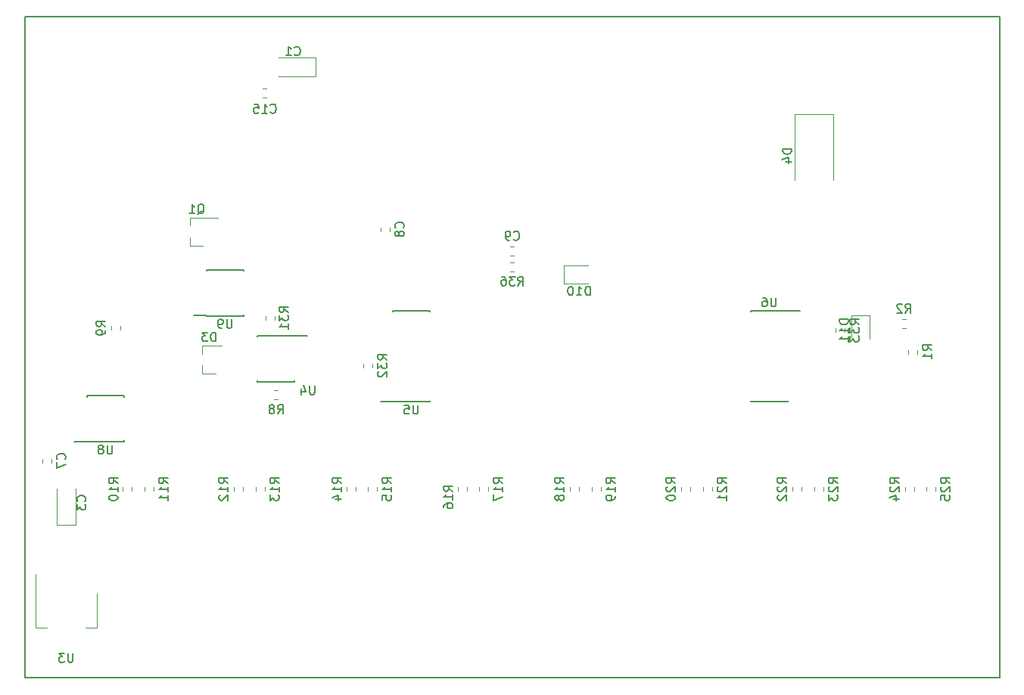
<source format=gbr>
G04 #@! TF.FileFunction,Legend,Bot*
%FSLAX46Y46*%
G04 Gerber Fmt 4.6, Leading zero omitted, Abs format (unit mm)*
G04 Created by KiCad (PCBNEW 4.0.7) date Wed Mar 21 17:07:03 2018*
%MOMM*%
%LPD*%
G01*
G04 APERTURE LIST*
%ADD10C,0.100000*%
%ADD11C,0.150000*%
%ADD12C,0.120000*%
G04 APERTURE END LIST*
D10*
D11*
X134000000Y-140000000D02*
X134000000Y-66000000D01*
X25000000Y-66000000D02*
X25000000Y-140000000D01*
X25000000Y-66000000D02*
X134000000Y-66000000D01*
X133000000Y-140000000D02*
X134000000Y-140000000D01*
X25000000Y-140000000D02*
X133000000Y-140000000D01*
D12*
X53391000Y-70568000D02*
X57486000Y-70568000D01*
X57486000Y-70568000D02*
X57486000Y-72688000D01*
X57486000Y-72688000D02*
X53391000Y-72688000D01*
X30651000Y-118796000D02*
X30651000Y-122891000D01*
X30651000Y-122891000D02*
X28531000Y-122891000D01*
X28531000Y-122891000D02*
X28531000Y-118796000D01*
X27942000Y-115917000D02*
X27942000Y-115477000D01*
X26922000Y-115917000D02*
X26922000Y-115477000D01*
X64768000Y-89569000D02*
X64768000Y-90009000D01*
X65788000Y-89569000D02*
X65788000Y-90009000D01*
X79722000Y-91692000D02*
X79282000Y-91692000D01*
X79722000Y-92712000D02*
X79282000Y-92712000D01*
X52036000Y-74039000D02*
X51596000Y-74039000D01*
X52036000Y-75059000D02*
X51596000Y-75059000D01*
X44833000Y-105974000D02*
X44833000Y-105044000D01*
X44833000Y-102814000D02*
X44833000Y-103744000D01*
X44833000Y-102814000D02*
X46993000Y-102814000D01*
X44833000Y-105974000D02*
X46293000Y-105974000D01*
X111134000Y-76934000D02*
X115434000Y-76934000D01*
X115434000Y-76934000D02*
X115434000Y-84234000D01*
X111134000Y-76934000D02*
X111134000Y-84234000D01*
X87995000Y-95879000D02*
X85295000Y-95879000D01*
X85295000Y-95879000D02*
X85295000Y-93859000D01*
X85295000Y-93859000D02*
X87995000Y-93859000D01*
X117481000Y-102092000D02*
X117481000Y-99392000D01*
X117481000Y-99392000D02*
X119501000Y-99392000D01*
X119501000Y-99392000D02*
X119501000Y-102092000D01*
X43436000Y-91623000D02*
X43436000Y-90693000D01*
X43436000Y-88463000D02*
X43436000Y-89393000D01*
X43436000Y-88463000D02*
X46596000Y-88463000D01*
X43436000Y-91623000D02*
X44896000Y-91623000D01*
X124843000Y-103725000D02*
X124843000Y-103285000D01*
X123823000Y-103725000D02*
X123823000Y-103285000D01*
X123537000Y-99820000D02*
X123097000Y-99820000D01*
X123537000Y-100840000D02*
X123097000Y-100840000D01*
X52866000Y-108841000D02*
X53306000Y-108841000D01*
X52866000Y-107821000D02*
X53306000Y-107821000D01*
X34669000Y-100618000D02*
X34669000Y-101058000D01*
X35689000Y-100618000D02*
X35689000Y-101058000D01*
X36959000Y-119092000D02*
X36959000Y-118652000D01*
X35939000Y-119092000D02*
X35939000Y-118652000D01*
X39372000Y-119092000D02*
X39372000Y-118652000D01*
X38352000Y-119092000D02*
X38352000Y-118652000D01*
X49405000Y-119092000D02*
X49405000Y-118652000D01*
X48385000Y-119092000D02*
X48385000Y-118652000D01*
X51818000Y-119092000D02*
X51818000Y-118652000D01*
X50798000Y-119092000D02*
X50798000Y-118652000D01*
X61978000Y-119092000D02*
X61978000Y-118652000D01*
X60958000Y-119092000D02*
X60958000Y-118652000D01*
X64391000Y-119092000D02*
X64391000Y-118652000D01*
X63371000Y-119092000D02*
X63371000Y-118652000D01*
X74424000Y-119092000D02*
X74424000Y-118652000D01*
X73404000Y-119092000D02*
X73404000Y-118652000D01*
X76837000Y-119092000D02*
X76837000Y-118652000D01*
X75817000Y-119092000D02*
X75817000Y-118652000D01*
X86997000Y-119092000D02*
X86997000Y-118652000D01*
X85977000Y-119092000D02*
X85977000Y-118652000D01*
X89410000Y-119092000D02*
X89410000Y-118652000D01*
X88390000Y-119092000D02*
X88390000Y-118652000D01*
X99443000Y-119092000D02*
X99443000Y-118652000D01*
X98423000Y-119092000D02*
X98423000Y-118652000D01*
X101856000Y-119092000D02*
X101856000Y-118652000D01*
X100836000Y-119092000D02*
X100836000Y-118652000D01*
X111889000Y-119092000D02*
X111889000Y-118652000D01*
X110869000Y-119092000D02*
X110869000Y-118652000D01*
X114302000Y-119092000D02*
X114302000Y-118652000D01*
X113282000Y-119092000D02*
X113282000Y-118652000D01*
X124462000Y-119092000D02*
X124462000Y-118652000D01*
X123442000Y-119092000D02*
X123442000Y-118652000D01*
X126875000Y-119092000D02*
X126875000Y-118652000D01*
X125855000Y-119092000D02*
X125855000Y-118652000D01*
X51941000Y-99475000D02*
X51941000Y-99915000D01*
X52961000Y-99475000D02*
X52961000Y-99915000D01*
X63883000Y-105249000D02*
X63883000Y-104809000D01*
X62863000Y-105249000D02*
X62863000Y-104809000D01*
X116715000Y-101312000D02*
X116715000Y-100872000D01*
X115695000Y-101312000D02*
X115695000Y-100872000D01*
X79722000Y-93470000D02*
X79282000Y-93470000D01*
X79722000Y-94490000D02*
X79282000Y-94490000D01*
X33001000Y-134371000D02*
X31741000Y-134371000D01*
X26181000Y-134371000D02*
X27441000Y-134371000D01*
X33001000Y-130611000D02*
X33001000Y-134371000D01*
X26181000Y-128361000D02*
X26181000Y-134371000D01*
D11*
X55161000Y-101692000D02*
X55161000Y-101742000D01*
X51011000Y-101692000D02*
X51011000Y-101837000D01*
X51011000Y-106842000D02*
X51011000Y-106697000D01*
X55161000Y-106842000D02*
X55161000Y-106697000D01*
X55161000Y-101692000D02*
X51011000Y-101692000D01*
X55161000Y-106842000D02*
X51011000Y-106842000D01*
X55161000Y-101742000D02*
X56561000Y-101742000D01*
X66124000Y-109088000D02*
X66124000Y-109063000D01*
X70274000Y-109088000D02*
X70274000Y-108983000D01*
X70274000Y-98938000D02*
X70274000Y-99043000D01*
X66124000Y-98938000D02*
X66124000Y-99043000D01*
X66124000Y-109088000D02*
X70274000Y-109088000D01*
X66124000Y-98938000D02*
X70274000Y-98938000D01*
X66124000Y-109063000D02*
X64749000Y-109063000D01*
X110325000Y-98925000D02*
X110325000Y-98950000D01*
X106175000Y-98925000D02*
X106175000Y-99030000D01*
X106175000Y-109075000D02*
X106175000Y-108970000D01*
X110325000Y-109075000D02*
X110325000Y-108970000D01*
X110325000Y-98925000D02*
X106175000Y-98925000D01*
X110325000Y-109075000D02*
X106175000Y-109075000D01*
X110325000Y-98950000D02*
X111700000Y-98950000D01*
X31925000Y-113575000D02*
X31925000Y-113525000D01*
X36075000Y-113575000D02*
X36075000Y-113430000D01*
X36075000Y-108425000D02*
X36075000Y-108570000D01*
X31925000Y-108425000D02*
X31925000Y-108570000D01*
X31925000Y-113575000D02*
X36075000Y-113575000D01*
X31925000Y-108425000D02*
X36075000Y-108425000D01*
X31925000Y-113525000D02*
X30525000Y-113525000D01*
X45296000Y-99476000D02*
X45296000Y-99426000D01*
X49446000Y-99476000D02*
X49446000Y-99331000D01*
X49446000Y-94326000D02*
X49446000Y-94471000D01*
X45296000Y-94326000D02*
X45296000Y-94471000D01*
X45296000Y-99476000D02*
X49446000Y-99476000D01*
X45296000Y-94326000D02*
X49446000Y-94326000D01*
X45296000Y-99426000D02*
X43896000Y-99426000D01*
X55157666Y-70235143D02*
X55205285Y-70282762D01*
X55348142Y-70330381D01*
X55443380Y-70330381D01*
X55586238Y-70282762D01*
X55681476Y-70187524D01*
X55729095Y-70092286D01*
X55776714Y-69901810D01*
X55776714Y-69758952D01*
X55729095Y-69568476D01*
X55681476Y-69473238D01*
X55586238Y-69378000D01*
X55443380Y-69330381D01*
X55348142Y-69330381D01*
X55205285Y-69378000D01*
X55157666Y-69425619D01*
X54205285Y-70330381D02*
X54776714Y-70330381D01*
X54491000Y-70330381D02*
X54491000Y-69330381D01*
X54586238Y-69473238D01*
X54681476Y-69568476D01*
X54776714Y-69616095D01*
X31698143Y-120229334D02*
X31745762Y-120181715D01*
X31793381Y-120038858D01*
X31793381Y-119943620D01*
X31745762Y-119800762D01*
X31650524Y-119705524D01*
X31555286Y-119657905D01*
X31364810Y-119610286D01*
X31221952Y-119610286D01*
X31031476Y-119657905D01*
X30936238Y-119705524D01*
X30841000Y-119800762D01*
X30793381Y-119943620D01*
X30793381Y-120038858D01*
X30841000Y-120181715D01*
X30888619Y-120229334D01*
X30793381Y-120562667D02*
X30793381Y-121181715D01*
X31174333Y-120848381D01*
X31174333Y-120991239D01*
X31221952Y-121086477D01*
X31269571Y-121134096D01*
X31364810Y-121181715D01*
X31602905Y-121181715D01*
X31698143Y-121134096D01*
X31745762Y-121086477D01*
X31793381Y-120991239D01*
X31793381Y-120705524D01*
X31745762Y-120610286D01*
X31698143Y-120562667D01*
X29439143Y-115530334D02*
X29486762Y-115482715D01*
X29534381Y-115339858D01*
X29534381Y-115244620D01*
X29486762Y-115101762D01*
X29391524Y-115006524D01*
X29296286Y-114958905D01*
X29105810Y-114911286D01*
X28962952Y-114911286D01*
X28772476Y-114958905D01*
X28677238Y-115006524D01*
X28582000Y-115101762D01*
X28534381Y-115244620D01*
X28534381Y-115339858D01*
X28582000Y-115482715D01*
X28629619Y-115530334D01*
X28534381Y-115863667D02*
X28534381Y-116530334D01*
X29534381Y-116101762D01*
X67286143Y-89622334D02*
X67333762Y-89574715D01*
X67381381Y-89431858D01*
X67381381Y-89336620D01*
X67333762Y-89193762D01*
X67238524Y-89098524D01*
X67143286Y-89050905D01*
X66952810Y-89003286D01*
X66809952Y-89003286D01*
X66619476Y-89050905D01*
X66524238Y-89098524D01*
X66429000Y-89193762D01*
X66381381Y-89336620D01*
X66381381Y-89431858D01*
X66429000Y-89574715D01*
X66476619Y-89622334D01*
X66809952Y-90193762D02*
X66762333Y-90098524D01*
X66714714Y-90050905D01*
X66619476Y-90003286D01*
X66571857Y-90003286D01*
X66476619Y-90050905D01*
X66429000Y-90098524D01*
X66381381Y-90193762D01*
X66381381Y-90384239D01*
X66429000Y-90479477D01*
X66476619Y-90527096D01*
X66571857Y-90574715D01*
X66619476Y-90574715D01*
X66714714Y-90527096D01*
X66762333Y-90479477D01*
X66809952Y-90384239D01*
X66809952Y-90193762D01*
X66857571Y-90098524D01*
X66905190Y-90050905D01*
X67000429Y-90003286D01*
X67190905Y-90003286D01*
X67286143Y-90050905D01*
X67333762Y-90098524D01*
X67381381Y-90193762D01*
X67381381Y-90384239D01*
X67333762Y-90479477D01*
X67286143Y-90527096D01*
X67190905Y-90574715D01*
X67000429Y-90574715D01*
X66905190Y-90527096D01*
X66857571Y-90479477D01*
X66809952Y-90384239D01*
X79668666Y-90909143D02*
X79716285Y-90956762D01*
X79859142Y-91004381D01*
X79954380Y-91004381D01*
X80097238Y-90956762D01*
X80192476Y-90861524D01*
X80240095Y-90766286D01*
X80287714Y-90575810D01*
X80287714Y-90432952D01*
X80240095Y-90242476D01*
X80192476Y-90147238D01*
X80097238Y-90052000D01*
X79954380Y-90004381D01*
X79859142Y-90004381D01*
X79716285Y-90052000D01*
X79668666Y-90099619D01*
X79192476Y-91004381D02*
X79002000Y-91004381D01*
X78906761Y-90956762D01*
X78859142Y-90909143D01*
X78763904Y-90766286D01*
X78716285Y-90575810D01*
X78716285Y-90194857D01*
X78763904Y-90099619D01*
X78811523Y-90052000D01*
X78906761Y-90004381D01*
X79097238Y-90004381D01*
X79192476Y-90052000D01*
X79240095Y-90099619D01*
X79287714Y-90194857D01*
X79287714Y-90432952D01*
X79240095Y-90528190D01*
X79192476Y-90575810D01*
X79097238Y-90623429D01*
X78906761Y-90623429D01*
X78811523Y-90575810D01*
X78763904Y-90528190D01*
X78716285Y-90432952D01*
X52458857Y-76684143D02*
X52506476Y-76731762D01*
X52649333Y-76779381D01*
X52744571Y-76779381D01*
X52887429Y-76731762D01*
X52982667Y-76636524D01*
X53030286Y-76541286D01*
X53077905Y-76350810D01*
X53077905Y-76207952D01*
X53030286Y-76017476D01*
X52982667Y-75922238D01*
X52887429Y-75827000D01*
X52744571Y-75779381D01*
X52649333Y-75779381D01*
X52506476Y-75827000D01*
X52458857Y-75874619D01*
X51506476Y-76779381D02*
X52077905Y-76779381D01*
X51792191Y-76779381D02*
X51792191Y-75779381D01*
X51887429Y-75922238D01*
X51982667Y-76017476D01*
X52077905Y-76065095D01*
X50601714Y-75779381D02*
X51077905Y-75779381D01*
X51125524Y-76255571D01*
X51077905Y-76207952D01*
X50982667Y-76160333D01*
X50744571Y-76160333D01*
X50649333Y-76207952D01*
X50601714Y-76255571D01*
X50554095Y-76350810D01*
X50554095Y-76588905D01*
X50601714Y-76684143D01*
X50649333Y-76731762D01*
X50744571Y-76779381D01*
X50982667Y-76779381D01*
X51077905Y-76731762D01*
X51125524Y-76684143D01*
X46331095Y-102346381D02*
X46331095Y-101346381D01*
X46093000Y-101346381D01*
X45950142Y-101394000D01*
X45854904Y-101489238D01*
X45807285Y-101584476D01*
X45759666Y-101774952D01*
X45759666Y-101917810D01*
X45807285Y-102108286D01*
X45854904Y-102203524D01*
X45950142Y-102298762D01*
X46093000Y-102346381D01*
X46331095Y-102346381D01*
X45426333Y-101346381D02*
X44807285Y-101346381D01*
X45140619Y-101727333D01*
X44997761Y-101727333D01*
X44902523Y-101774952D01*
X44854904Y-101822571D01*
X44807285Y-101917810D01*
X44807285Y-102155905D01*
X44854904Y-102251143D01*
X44902523Y-102298762D01*
X44997761Y-102346381D01*
X45283476Y-102346381D01*
X45378714Y-102298762D01*
X45426333Y-102251143D01*
X110736381Y-80795905D02*
X109736381Y-80795905D01*
X109736381Y-81034000D01*
X109784000Y-81176858D01*
X109879238Y-81272096D01*
X109974476Y-81319715D01*
X110164952Y-81367334D01*
X110307810Y-81367334D01*
X110498286Y-81319715D01*
X110593524Y-81272096D01*
X110688762Y-81176858D01*
X110736381Y-81034000D01*
X110736381Y-80795905D01*
X110069714Y-82224477D02*
X110736381Y-82224477D01*
X109688762Y-81986381D02*
X110403048Y-81748286D01*
X110403048Y-82367334D01*
X88209286Y-97171381D02*
X88209286Y-96171381D01*
X87971191Y-96171381D01*
X87828333Y-96219000D01*
X87733095Y-96314238D01*
X87685476Y-96409476D01*
X87637857Y-96599952D01*
X87637857Y-96742810D01*
X87685476Y-96933286D01*
X87733095Y-97028524D01*
X87828333Y-97123762D01*
X87971191Y-97171381D01*
X88209286Y-97171381D01*
X86685476Y-97171381D02*
X87256905Y-97171381D01*
X86971191Y-97171381D02*
X86971191Y-96171381D01*
X87066429Y-96314238D01*
X87161667Y-96409476D01*
X87256905Y-96457095D01*
X86066429Y-96171381D02*
X85971190Y-96171381D01*
X85875952Y-96219000D01*
X85828333Y-96266619D01*
X85780714Y-96361857D01*
X85733095Y-96552333D01*
X85733095Y-96790429D01*
X85780714Y-96980905D01*
X85828333Y-97076143D01*
X85875952Y-97123762D01*
X85971190Y-97171381D01*
X86066429Y-97171381D01*
X86161667Y-97123762D01*
X86209286Y-97076143D01*
X86256905Y-96980905D01*
X86304524Y-96790429D01*
X86304524Y-96552333D01*
X86256905Y-96361857D01*
X86209286Y-96266619D01*
X86161667Y-96219000D01*
X86066429Y-96171381D01*
X117093381Y-99877714D02*
X116093381Y-99877714D01*
X116093381Y-100115809D01*
X116141000Y-100258667D01*
X116236238Y-100353905D01*
X116331476Y-100401524D01*
X116521952Y-100449143D01*
X116664810Y-100449143D01*
X116855286Y-100401524D01*
X116950524Y-100353905D01*
X117045762Y-100258667D01*
X117093381Y-100115809D01*
X117093381Y-99877714D01*
X117093381Y-101401524D02*
X117093381Y-100830095D01*
X117093381Y-101115809D02*
X116093381Y-101115809D01*
X116236238Y-101020571D01*
X116331476Y-100925333D01*
X116379095Y-100830095D01*
X117093381Y-102353905D02*
X117093381Y-101782476D01*
X117093381Y-102068190D02*
X116093381Y-102068190D01*
X116236238Y-101972952D01*
X116331476Y-101877714D01*
X116379095Y-101782476D01*
X44291238Y-88090619D02*
X44386476Y-88043000D01*
X44481714Y-87947762D01*
X44624571Y-87804905D01*
X44719810Y-87757286D01*
X44815048Y-87757286D01*
X44767429Y-87995381D02*
X44862667Y-87947762D01*
X44957905Y-87852524D01*
X45005524Y-87662048D01*
X45005524Y-87328714D01*
X44957905Y-87138238D01*
X44862667Y-87043000D01*
X44767429Y-86995381D01*
X44576952Y-86995381D01*
X44481714Y-87043000D01*
X44386476Y-87138238D01*
X44338857Y-87328714D01*
X44338857Y-87662048D01*
X44386476Y-87852524D01*
X44481714Y-87947762D01*
X44576952Y-87995381D01*
X44767429Y-87995381D01*
X43386476Y-87995381D02*
X43957905Y-87995381D01*
X43672191Y-87995381D02*
X43672191Y-86995381D01*
X43767429Y-87138238D01*
X43862667Y-87233476D01*
X43957905Y-87281095D01*
X126435381Y-103338334D02*
X125959190Y-103005000D01*
X126435381Y-102766905D02*
X125435381Y-102766905D01*
X125435381Y-103147858D01*
X125483000Y-103243096D01*
X125530619Y-103290715D01*
X125625857Y-103338334D01*
X125768714Y-103338334D01*
X125863952Y-103290715D01*
X125911571Y-103243096D01*
X125959190Y-103147858D01*
X125959190Y-102766905D01*
X126435381Y-104290715D02*
X126435381Y-103719286D01*
X126435381Y-104005000D02*
X125435381Y-104005000D01*
X125578238Y-103909762D01*
X125673476Y-103814524D01*
X125721095Y-103719286D01*
X123483666Y-99132381D02*
X123817000Y-98656190D01*
X124055095Y-99132381D02*
X124055095Y-98132381D01*
X123674142Y-98132381D01*
X123578904Y-98180000D01*
X123531285Y-98227619D01*
X123483666Y-98322857D01*
X123483666Y-98465714D01*
X123531285Y-98560952D01*
X123578904Y-98608571D01*
X123674142Y-98656190D01*
X124055095Y-98656190D01*
X123102714Y-98227619D02*
X123055095Y-98180000D01*
X122959857Y-98132381D01*
X122721761Y-98132381D01*
X122626523Y-98180000D01*
X122578904Y-98227619D01*
X122531285Y-98322857D01*
X122531285Y-98418095D01*
X122578904Y-98560952D01*
X123150333Y-99132381D01*
X122531285Y-99132381D01*
X53252666Y-110433381D02*
X53586000Y-109957190D01*
X53824095Y-110433381D02*
X53824095Y-109433381D01*
X53443142Y-109433381D01*
X53347904Y-109481000D01*
X53300285Y-109528619D01*
X53252666Y-109623857D01*
X53252666Y-109766714D01*
X53300285Y-109861952D01*
X53347904Y-109909571D01*
X53443142Y-109957190D01*
X53824095Y-109957190D01*
X52681238Y-109861952D02*
X52776476Y-109814333D01*
X52824095Y-109766714D01*
X52871714Y-109671476D01*
X52871714Y-109623857D01*
X52824095Y-109528619D01*
X52776476Y-109481000D01*
X52681238Y-109433381D01*
X52490761Y-109433381D01*
X52395523Y-109481000D01*
X52347904Y-109528619D01*
X52300285Y-109623857D01*
X52300285Y-109671476D01*
X52347904Y-109766714D01*
X52395523Y-109814333D01*
X52490761Y-109861952D01*
X52681238Y-109861952D01*
X52776476Y-109909571D01*
X52824095Y-109957190D01*
X52871714Y-110052429D01*
X52871714Y-110242905D01*
X52824095Y-110338143D01*
X52776476Y-110385762D01*
X52681238Y-110433381D01*
X52490761Y-110433381D01*
X52395523Y-110385762D01*
X52347904Y-110338143D01*
X52300285Y-110242905D01*
X52300285Y-110052429D01*
X52347904Y-109957190D01*
X52395523Y-109909571D01*
X52490761Y-109861952D01*
X33981381Y-100671334D02*
X33505190Y-100338000D01*
X33981381Y-100099905D02*
X32981381Y-100099905D01*
X32981381Y-100480858D01*
X33029000Y-100576096D01*
X33076619Y-100623715D01*
X33171857Y-100671334D01*
X33314714Y-100671334D01*
X33409952Y-100623715D01*
X33457571Y-100576096D01*
X33505190Y-100480858D01*
X33505190Y-100099905D01*
X33981381Y-101147524D02*
X33981381Y-101338000D01*
X33933762Y-101433239D01*
X33886143Y-101480858D01*
X33743286Y-101576096D01*
X33552810Y-101623715D01*
X33171857Y-101623715D01*
X33076619Y-101576096D01*
X33029000Y-101528477D01*
X32981381Y-101433239D01*
X32981381Y-101242762D01*
X33029000Y-101147524D01*
X33076619Y-101099905D01*
X33171857Y-101052286D01*
X33409952Y-101052286D01*
X33505190Y-101099905D01*
X33552810Y-101147524D01*
X33600429Y-101242762D01*
X33600429Y-101433239D01*
X33552810Y-101528477D01*
X33505190Y-101576096D01*
X33409952Y-101623715D01*
X35377381Y-118229143D02*
X34901190Y-117895809D01*
X35377381Y-117657714D02*
X34377381Y-117657714D01*
X34377381Y-118038667D01*
X34425000Y-118133905D01*
X34472619Y-118181524D01*
X34567857Y-118229143D01*
X34710714Y-118229143D01*
X34805952Y-118181524D01*
X34853571Y-118133905D01*
X34901190Y-118038667D01*
X34901190Y-117657714D01*
X35377381Y-119181524D02*
X35377381Y-118610095D01*
X35377381Y-118895809D02*
X34377381Y-118895809D01*
X34520238Y-118800571D01*
X34615476Y-118705333D01*
X34663095Y-118610095D01*
X34377381Y-119800571D02*
X34377381Y-119895810D01*
X34425000Y-119991048D01*
X34472619Y-120038667D01*
X34567857Y-120086286D01*
X34758333Y-120133905D01*
X34996429Y-120133905D01*
X35186905Y-120086286D01*
X35282143Y-120038667D01*
X35329762Y-119991048D01*
X35377381Y-119895810D01*
X35377381Y-119800571D01*
X35329762Y-119705333D01*
X35282143Y-119657714D01*
X35186905Y-119610095D01*
X34996429Y-119562476D01*
X34758333Y-119562476D01*
X34567857Y-119610095D01*
X34472619Y-119657714D01*
X34425000Y-119705333D01*
X34377381Y-119800571D01*
X40964381Y-118229143D02*
X40488190Y-117895809D01*
X40964381Y-117657714D02*
X39964381Y-117657714D01*
X39964381Y-118038667D01*
X40012000Y-118133905D01*
X40059619Y-118181524D01*
X40154857Y-118229143D01*
X40297714Y-118229143D01*
X40392952Y-118181524D01*
X40440571Y-118133905D01*
X40488190Y-118038667D01*
X40488190Y-117657714D01*
X40964381Y-119181524D02*
X40964381Y-118610095D01*
X40964381Y-118895809D02*
X39964381Y-118895809D01*
X40107238Y-118800571D01*
X40202476Y-118705333D01*
X40250095Y-118610095D01*
X40964381Y-120133905D02*
X40964381Y-119562476D01*
X40964381Y-119848190D02*
X39964381Y-119848190D01*
X40107238Y-119752952D01*
X40202476Y-119657714D01*
X40250095Y-119562476D01*
X47696381Y-118229143D02*
X47220190Y-117895809D01*
X47696381Y-117657714D02*
X46696381Y-117657714D01*
X46696381Y-118038667D01*
X46744000Y-118133905D01*
X46791619Y-118181524D01*
X46886857Y-118229143D01*
X47029714Y-118229143D01*
X47124952Y-118181524D01*
X47172571Y-118133905D01*
X47220190Y-118038667D01*
X47220190Y-117657714D01*
X47696381Y-119181524D02*
X47696381Y-118610095D01*
X47696381Y-118895809D02*
X46696381Y-118895809D01*
X46839238Y-118800571D01*
X46934476Y-118705333D01*
X46982095Y-118610095D01*
X46791619Y-119562476D02*
X46744000Y-119610095D01*
X46696381Y-119705333D01*
X46696381Y-119943429D01*
X46744000Y-120038667D01*
X46791619Y-120086286D01*
X46886857Y-120133905D01*
X46982095Y-120133905D01*
X47124952Y-120086286D01*
X47696381Y-119514857D01*
X47696381Y-120133905D01*
X53410381Y-118229143D02*
X52934190Y-117895809D01*
X53410381Y-117657714D02*
X52410381Y-117657714D01*
X52410381Y-118038667D01*
X52458000Y-118133905D01*
X52505619Y-118181524D01*
X52600857Y-118229143D01*
X52743714Y-118229143D01*
X52838952Y-118181524D01*
X52886571Y-118133905D01*
X52934190Y-118038667D01*
X52934190Y-117657714D01*
X53410381Y-119181524D02*
X53410381Y-118610095D01*
X53410381Y-118895809D02*
X52410381Y-118895809D01*
X52553238Y-118800571D01*
X52648476Y-118705333D01*
X52696095Y-118610095D01*
X52410381Y-119514857D02*
X52410381Y-120133905D01*
X52791333Y-119800571D01*
X52791333Y-119943429D01*
X52838952Y-120038667D01*
X52886571Y-120086286D01*
X52981810Y-120133905D01*
X53219905Y-120133905D01*
X53315143Y-120086286D01*
X53362762Y-120038667D01*
X53410381Y-119943429D01*
X53410381Y-119657714D01*
X53362762Y-119562476D01*
X53315143Y-119514857D01*
X60396381Y-118229143D02*
X59920190Y-117895809D01*
X60396381Y-117657714D02*
X59396381Y-117657714D01*
X59396381Y-118038667D01*
X59444000Y-118133905D01*
X59491619Y-118181524D01*
X59586857Y-118229143D01*
X59729714Y-118229143D01*
X59824952Y-118181524D01*
X59872571Y-118133905D01*
X59920190Y-118038667D01*
X59920190Y-117657714D01*
X60396381Y-119181524D02*
X60396381Y-118610095D01*
X60396381Y-118895809D02*
X59396381Y-118895809D01*
X59539238Y-118800571D01*
X59634476Y-118705333D01*
X59682095Y-118610095D01*
X59729714Y-120038667D02*
X60396381Y-120038667D01*
X59348762Y-119800571D02*
X60063048Y-119562476D01*
X60063048Y-120181524D01*
X65983381Y-118229143D02*
X65507190Y-117895809D01*
X65983381Y-117657714D02*
X64983381Y-117657714D01*
X64983381Y-118038667D01*
X65031000Y-118133905D01*
X65078619Y-118181524D01*
X65173857Y-118229143D01*
X65316714Y-118229143D01*
X65411952Y-118181524D01*
X65459571Y-118133905D01*
X65507190Y-118038667D01*
X65507190Y-117657714D01*
X65983381Y-119181524D02*
X65983381Y-118610095D01*
X65983381Y-118895809D02*
X64983381Y-118895809D01*
X65126238Y-118800571D01*
X65221476Y-118705333D01*
X65269095Y-118610095D01*
X64983381Y-120086286D02*
X64983381Y-119610095D01*
X65459571Y-119562476D01*
X65411952Y-119610095D01*
X65364333Y-119705333D01*
X65364333Y-119943429D01*
X65411952Y-120038667D01*
X65459571Y-120086286D01*
X65554810Y-120133905D01*
X65792905Y-120133905D01*
X65888143Y-120086286D01*
X65935762Y-120038667D01*
X65983381Y-119943429D01*
X65983381Y-119705333D01*
X65935762Y-119610095D01*
X65888143Y-119562476D01*
X72842381Y-119118143D02*
X72366190Y-118784809D01*
X72842381Y-118546714D02*
X71842381Y-118546714D01*
X71842381Y-118927667D01*
X71890000Y-119022905D01*
X71937619Y-119070524D01*
X72032857Y-119118143D01*
X72175714Y-119118143D01*
X72270952Y-119070524D01*
X72318571Y-119022905D01*
X72366190Y-118927667D01*
X72366190Y-118546714D01*
X72842381Y-120070524D02*
X72842381Y-119499095D01*
X72842381Y-119784809D02*
X71842381Y-119784809D01*
X71985238Y-119689571D01*
X72080476Y-119594333D01*
X72128095Y-119499095D01*
X71842381Y-120927667D02*
X71842381Y-120737190D01*
X71890000Y-120641952D01*
X71937619Y-120594333D01*
X72080476Y-120499095D01*
X72270952Y-120451476D01*
X72651905Y-120451476D01*
X72747143Y-120499095D01*
X72794762Y-120546714D01*
X72842381Y-120641952D01*
X72842381Y-120832429D01*
X72794762Y-120927667D01*
X72747143Y-120975286D01*
X72651905Y-121022905D01*
X72413810Y-121022905D01*
X72318571Y-120975286D01*
X72270952Y-120927667D01*
X72223333Y-120832429D01*
X72223333Y-120641952D01*
X72270952Y-120546714D01*
X72318571Y-120499095D01*
X72413810Y-120451476D01*
X78429381Y-118229143D02*
X77953190Y-117895809D01*
X78429381Y-117657714D02*
X77429381Y-117657714D01*
X77429381Y-118038667D01*
X77477000Y-118133905D01*
X77524619Y-118181524D01*
X77619857Y-118229143D01*
X77762714Y-118229143D01*
X77857952Y-118181524D01*
X77905571Y-118133905D01*
X77953190Y-118038667D01*
X77953190Y-117657714D01*
X78429381Y-119181524D02*
X78429381Y-118610095D01*
X78429381Y-118895809D02*
X77429381Y-118895809D01*
X77572238Y-118800571D01*
X77667476Y-118705333D01*
X77715095Y-118610095D01*
X77429381Y-119514857D02*
X77429381Y-120181524D01*
X78429381Y-119752952D01*
X85288381Y-118229143D02*
X84812190Y-117895809D01*
X85288381Y-117657714D02*
X84288381Y-117657714D01*
X84288381Y-118038667D01*
X84336000Y-118133905D01*
X84383619Y-118181524D01*
X84478857Y-118229143D01*
X84621714Y-118229143D01*
X84716952Y-118181524D01*
X84764571Y-118133905D01*
X84812190Y-118038667D01*
X84812190Y-117657714D01*
X85288381Y-119181524D02*
X85288381Y-118610095D01*
X85288381Y-118895809D02*
X84288381Y-118895809D01*
X84431238Y-118800571D01*
X84526476Y-118705333D01*
X84574095Y-118610095D01*
X84716952Y-119752952D02*
X84669333Y-119657714D01*
X84621714Y-119610095D01*
X84526476Y-119562476D01*
X84478857Y-119562476D01*
X84383619Y-119610095D01*
X84336000Y-119657714D01*
X84288381Y-119752952D01*
X84288381Y-119943429D01*
X84336000Y-120038667D01*
X84383619Y-120086286D01*
X84478857Y-120133905D01*
X84526476Y-120133905D01*
X84621714Y-120086286D01*
X84669333Y-120038667D01*
X84716952Y-119943429D01*
X84716952Y-119752952D01*
X84764571Y-119657714D01*
X84812190Y-119610095D01*
X84907429Y-119562476D01*
X85097905Y-119562476D01*
X85193143Y-119610095D01*
X85240762Y-119657714D01*
X85288381Y-119752952D01*
X85288381Y-119943429D01*
X85240762Y-120038667D01*
X85193143Y-120086286D01*
X85097905Y-120133905D01*
X84907429Y-120133905D01*
X84812190Y-120086286D01*
X84764571Y-120038667D01*
X84716952Y-119943429D01*
X91002381Y-118229143D02*
X90526190Y-117895809D01*
X91002381Y-117657714D02*
X90002381Y-117657714D01*
X90002381Y-118038667D01*
X90050000Y-118133905D01*
X90097619Y-118181524D01*
X90192857Y-118229143D01*
X90335714Y-118229143D01*
X90430952Y-118181524D01*
X90478571Y-118133905D01*
X90526190Y-118038667D01*
X90526190Y-117657714D01*
X91002381Y-119181524D02*
X91002381Y-118610095D01*
X91002381Y-118895809D02*
X90002381Y-118895809D01*
X90145238Y-118800571D01*
X90240476Y-118705333D01*
X90288095Y-118610095D01*
X91002381Y-119657714D02*
X91002381Y-119848190D01*
X90954762Y-119943429D01*
X90907143Y-119991048D01*
X90764286Y-120086286D01*
X90573810Y-120133905D01*
X90192857Y-120133905D01*
X90097619Y-120086286D01*
X90050000Y-120038667D01*
X90002381Y-119943429D01*
X90002381Y-119752952D01*
X90050000Y-119657714D01*
X90097619Y-119610095D01*
X90192857Y-119562476D01*
X90430952Y-119562476D01*
X90526190Y-119610095D01*
X90573810Y-119657714D01*
X90621429Y-119752952D01*
X90621429Y-119943429D01*
X90573810Y-120038667D01*
X90526190Y-120086286D01*
X90430952Y-120133905D01*
X97734381Y-118229143D02*
X97258190Y-117895809D01*
X97734381Y-117657714D02*
X96734381Y-117657714D01*
X96734381Y-118038667D01*
X96782000Y-118133905D01*
X96829619Y-118181524D01*
X96924857Y-118229143D01*
X97067714Y-118229143D01*
X97162952Y-118181524D01*
X97210571Y-118133905D01*
X97258190Y-118038667D01*
X97258190Y-117657714D01*
X96829619Y-118610095D02*
X96782000Y-118657714D01*
X96734381Y-118752952D01*
X96734381Y-118991048D01*
X96782000Y-119086286D01*
X96829619Y-119133905D01*
X96924857Y-119181524D01*
X97020095Y-119181524D01*
X97162952Y-119133905D01*
X97734381Y-118562476D01*
X97734381Y-119181524D01*
X96734381Y-119800571D02*
X96734381Y-119895810D01*
X96782000Y-119991048D01*
X96829619Y-120038667D01*
X96924857Y-120086286D01*
X97115333Y-120133905D01*
X97353429Y-120133905D01*
X97543905Y-120086286D01*
X97639143Y-120038667D01*
X97686762Y-119991048D01*
X97734381Y-119895810D01*
X97734381Y-119800571D01*
X97686762Y-119705333D01*
X97639143Y-119657714D01*
X97543905Y-119610095D01*
X97353429Y-119562476D01*
X97115333Y-119562476D01*
X96924857Y-119610095D01*
X96829619Y-119657714D01*
X96782000Y-119705333D01*
X96734381Y-119800571D01*
X103448381Y-118229143D02*
X102972190Y-117895809D01*
X103448381Y-117657714D02*
X102448381Y-117657714D01*
X102448381Y-118038667D01*
X102496000Y-118133905D01*
X102543619Y-118181524D01*
X102638857Y-118229143D01*
X102781714Y-118229143D01*
X102876952Y-118181524D01*
X102924571Y-118133905D01*
X102972190Y-118038667D01*
X102972190Y-117657714D01*
X102543619Y-118610095D02*
X102496000Y-118657714D01*
X102448381Y-118752952D01*
X102448381Y-118991048D01*
X102496000Y-119086286D01*
X102543619Y-119133905D01*
X102638857Y-119181524D01*
X102734095Y-119181524D01*
X102876952Y-119133905D01*
X103448381Y-118562476D01*
X103448381Y-119181524D01*
X103448381Y-120133905D02*
X103448381Y-119562476D01*
X103448381Y-119848190D02*
X102448381Y-119848190D01*
X102591238Y-119752952D01*
X102686476Y-119657714D01*
X102734095Y-119562476D01*
X110180381Y-118229143D02*
X109704190Y-117895809D01*
X110180381Y-117657714D02*
X109180381Y-117657714D01*
X109180381Y-118038667D01*
X109228000Y-118133905D01*
X109275619Y-118181524D01*
X109370857Y-118229143D01*
X109513714Y-118229143D01*
X109608952Y-118181524D01*
X109656571Y-118133905D01*
X109704190Y-118038667D01*
X109704190Y-117657714D01*
X109275619Y-118610095D02*
X109228000Y-118657714D01*
X109180381Y-118752952D01*
X109180381Y-118991048D01*
X109228000Y-119086286D01*
X109275619Y-119133905D01*
X109370857Y-119181524D01*
X109466095Y-119181524D01*
X109608952Y-119133905D01*
X110180381Y-118562476D01*
X110180381Y-119181524D01*
X109275619Y-119562476D02*
X109228000Y-119610095D01*
X109180381Y-119705333D01*
X109180381Y-119943429D01*
X109228000Y-120038667D01*
X109275619Y-120086286D01*
X109370857Y-120133905D01*
X109466095Y-120133905D01*
X109608952Y-120086286D01*
X110180381Y-119514857D01*
X110180381Y-120133905D01*
X115894381Y-118229143D02*
X115418190Y-117895809D01*
X115894381Y-117657714D02*
X114894381Y-117657714D01*
X114894381Y-118038667D01*
X114942000Y-118133905D01*
X114989619Y-118181524D01*
X115084857Y-118229143D01*
X115227714Y-118229143D01*
X115322952Y-118181524D01*
X115370571Y-118133905D01*
X115418190Y-118038667D01*
X115418190Y-117657714D01*
X114989619Y-118610095D02*
X114942000Y-118657714D01*
X114894381Y-118752952D01*
X114894381Y-118991048D01*
X114942000Y-119086286D01*
X114989619Y-119133905D01*
X115084857Y-119181524D01*
X115180095Y-119181524D01*
X115322952Y-119133905D01*
X115894381Y-118562476D01*
X115894381Y-119181524D01*
X114894381Y-119514857D02*
X114894381Y-120133905D01*
X115275333Y-119800571D01*
X115275333Y-119943429D01*
X115322952Y-120038667D01*
X115370571Y-120086286D01*
X115465810Y-120133905D01*
X115703905Y-120133905D01*
X115799143Y-120086286D01*
X115846762Y-120038667D01*
X115894381Y-119943429D01*
X115894381Y-119657714D01*
X115846762Y-119562476D01*
X115799143Y-119514857D01*
X122753381Y-118229143D02*
X122277190Y-117895809D01*
X122753381Y-117657714D02*
X121753381Y-117657714D01*
X121753381Y-118038667D01*
X121801000Y-118133905D01*
X121848619Y-118181524D01*
X121943857Y-118229143D01*
X122086714Y-118229143D01*
X122181952Y-118181524D01*
X122229571Y-118133905D01*
X122277190Y-118038667D01*
X122277190Y-117657714D01*
X121848619Y-118610095D02*
X121801000Y-118657714D01*
X121753381Y-118752952D01*
X121753381Y-118991048D01*
X121801000Y-119086286D01*
X121848619Y-119133905D01*
X121943857Y-119181524D01*
X122039095Y-119181524D01*
X122181952Y-119133905D01*
X122753381Y-118562476D01*
X122753381Y-119181524D01*
X122086714Y-120038667D02*
X122753381Y-120038667D01*
X121705762Y-119800571D02*
X122420048Y-119562476D01*
X122420048Y-120181524D01*
X128467381Y-118229143D02*
X127991190Y-117895809D01*
X128467381Y-117657714D02*
X127467381Y-117657714D01*
X127467381Y-118038667D01*
X127515000Y-118133905D01*
X127562619Y-118181524D01*
X127657857Y-118229143D01*
X127800714Y-118229143D01*
X127895952Y-118181524D01*
X127943571Y-118133905D01*
X127991190Y-118038667D01*
X127991190Y-117657714D01*
X127562619Y-118610095D02*
X127515000Y-118657714D01*
X127467381Y-118752952D01*
X127467381Y-118991048D01*
X127515000Y-119086286D01*
X127562619Y-119133905D01*
X127657857Y-119181524D01*
X127753095Y-119181524D01*
X127895952Y-119133905D01*
X128467381Y-118562476D01*
X128467381Y-119181524D01*
X127467381Y-120086286D02*
X127467381Y-119610095D01*
X127943571Y-119562476D01*
X127895952Y-119610095D01*
X127848333Y-119705333D01*
X127848333Y-119943429D01*
X127895952Y-120038667D01*
X127943571Y-120086286D01*
X128038810Y-120133905D01*
X128276905Y-120133905D01*
X128372143Y-120086286D01*
X128419762Y-120038667D01*
X128467381Y-119943429D01*
X128467381Y-119705333D01*
X128419762Y-119610095D01*
X128372143Y-119562476D01*
X54427381Y-99052143D02*
X53951190Y-98718809D01*
X54427381Y-98480714D02*
X53427381Y-98480714D01*
X53427381Y-98861667D01*
X53475000Y-98956905D01*
X53522619Y-99004524D01*
X53617857Y-99052143D01*
X53760714Y-99052143D01*
X53855952Y-99004524D01*
X53903571Y-98956905D01*
X53951190Y-98861667D01*
X53951190Y-98480714D01*
X53427381Y-99385476D02*
X53427381Y-100004524D01*
X53808333Y-99671190D01*
X53808333Y-99814048D01*
X53855952Y-99909286D01*
X53903571Y-99956905D01*
X53998810Y-100004524D01*
X54236905Y-100004524D01*
X54332143Y-99956905D01*
X54379762Y-99909286D01*
X54427381Y-99814048D01*
X54427381Y-99528333D01*
X54379762Y-99433095D01*
X54332143Y-99385476D01*
X54427381Y-100956905D02*
X54427381Y-100385476D01*
X54427381Y-100671190D02*
X53427381Y-100671190D01*
X53570238Y-100575952D01*
X53665476Y-100480714D01*
X53713095Y-100385476D01*
X65475381Y-104386143D02*
X64999190Y-104052809D01*
X65475381Y-103814714D02*
X64475381Y-103814714D01*
X64475381Y-104195667D01*
X64523000Y-104290905D01*
X64570619Y-104338524D01*
X64665857Y-104386143D01*
X64808714Y-104386143D01*
X64903952Y-104338524D01*
X64951571Y-104290905D01*
X64999190Y-104195667D01*
X64999190Y-103814714D01*
X64475381Y-104719476D02*
X64475381Y-105338524D01*
X64856333Y-105005190D01*
X64856333Y-105148048D01*
X64903952Y-105243286D01*
X64951571Y-105290905D01*
X65046810Y-105338524D01*
X65284905Y-105338524D01*
X65380143Y-105290905D01*
X65427762Y-105243286D01*
X65475381Y-105148048D01*
X65475381Y-104862333D01*
X65427762Y-104767095D01*
X65380143Y-104719476D01*
X64570619Y-105719476D02*
X64523000Y-105767095D01*
X64475381Y-105862333D01*
X64475381Y-106100429D01*
X64523000Y-106195667D01*
X64570619Y-106243286D01*
X64665857Y-106290905D01*
X64761095Y-106290905D01*
X64903952Y-106243286D01*
X65475381Y-105671857D01*
X65475381Y-106290905D01*
X118307381Y-100449143D02*
X117831190Y-100115809D01*
X118307381Y-99877714D02*
X117307381Y-99877714D01*
X117307381Y-100258667D01*
X117355000Y-100353905D01*
X117402619Y-100401524D01*
X117497857Y-100449143D01*
X117640714Y-100449143D01*
X117735952Y-100401524D01*
X117783571Y-100353905D01*
X117831190Y-100258667D01*
X117831190Y-99877714D01*
X117307381Y-100782476D02*
X117307381Y-101401524D01*
X117688333Y-101068190D01*
X117688333Y-101211048D01*
X117735952Y-101306286D01*
X117783571Y-101353905D01*
X117878810Y-101401524D01*
X118116905Y-101401524D01*
X118212143Y-101353905D01*
X118259762Y-101306286D01*
X118307381Y-101211048D01*
X118307381Y-100925333D01*
X118259762Y-100830095D01*
X118212143Y-100782476D01*
X117307381Y-101734857D02*
X117307381Y-102353905D01*
X117688333Y-102020571D01*
X117688333Y-102163429D01*
X117735952Y-102258667D01*
X117783571Y-102306286D01*
X117878810Y-102353905D01*
X118116905Y-102353905D01*
X118212143Y-102306286D01*
X118259762Y-102258667D01*
X118307381Y-102163429D01*
X118307381Y-101877714D01*
X118259762Y-101782476D01*
X118212143Y-101734857D01*
X80144857Y-96083381D02*
X80478191Y-95607190D01*
X80716286Y-96083381D02*
X80716286Y-95083381D01*
X80335333Y-95083381D01*
X80240095Y-95131000D01*
X80192476Y-95178619D01*
X80144857Y-95273857D01*
X80144857Y-95416714D01*
X80192476Y-95511952D01*
X80240095Y-95559571D01*
X80335333Y-95607190D01*
X80716286Y-95607190D01*
X79811524Y-95083381D02*
X79192476Y-95083381D01*
X79525810Y-95464333D01*
X79382952Y-95464333D01*
X79287714Y-95511952D01*
X79240095Y-95559571D01*
X79192476Y-95654810D01*
X79192476Y-95892905D01*
X79240095Y-95988143D01*
X79287714Y-96035762D01*
X79382952Y-96083381D01*
X79668667Y-96083381D01*
X79763905Y-96035762D01*
X79811524Y-95988143D01*
X78335333Y-95083381D02*
X78525810Y-95083381D01*
X78621048Y-95131000D01*
X78668667Y-95178619D01*
X78763905Y-95321476D01*
X78811524Y-95511952D01*
X78811524Y-95892905D01*
X78763905Y-95988143D01*
X78716286Y-96035762D01*
X78621048Y-96083381D01*
X78430571Y-96083381D01*
X78335333Y-96035762D01*
X78287714Y-95988143D01*
X78240095Y-95892905D01*
X78240095Y-95654810D01*
X78287714Y-95559571D01*
X78335333Y-95511952D01*
X78430571Y-95464333D01*
X78621048Y-95464333D01*
X78716286Y-95511952D01*
X78763905Y-95559571D01*
X78811524Y-95654810D01*
X30352905Y-137247381D02*
X30352905Y-138056905D01*
X30305286Y-138152143D01*
X30257667Y-138199762D01*
X30162429Y-138247381D01*
X29971952Y-138247381D01*
X29876714Y-138199762D01*
X29829095Y-138152143D01*
X29781476Y-138056905D01*
X29781476Y-137247381D01*
X29400524Y-137247381D02*
X28781476Y-137247381D01*
X29114810Y-137628333D01*
X28971952Y-137628333D01*
X28876714Y-137675952D01*
X28829095Y-137723571D01*
X28781476Y-137818810D01*
X28781476Y-138056905D01*
X28829095Y-138152143D01*
X28876714Y-138199762D01*
X28971952Y-138247381D01*
X29257667Y-138247381D01*
X29352905Y-138199762D01*
X29400524Y-138152143D01*
X57403905Y-107275381D02*
X57403905Y-108084905D01*
X57356286Y-108180143D01*
X57308667Y-108227762D01*
X57213429Y-108275381D01*
X57022952Y-108275381D01*
X56927714Y-108227762D01*
X56880095Y-108180143D01*
X56832476Y-108084905D01*
X56832476Y-107275381D01*
X55927714Y-107608714D02*
X55927714Y-108275381D01*
X56165810Y-107227762D02*
X56403905Y-107942048D01*
X55784857Y-107942048D01*
X68960905Y-109465381D02*
X68960905Y-110274905D01*
X68913286Y-110370143D01*
X68865667Y-110417762D01*
X68770429Y-110465381D01*
X68579952Y-110465381D01*
X68484714Y-110417762D01*
X68437095Y-110370143D01*
X68389476Y-110274905D01*
X68389476Y-109465381D01*
X67437095Y-109465381D02*
X67913286Y-109465381D01*
X67960905Y-109941571D01*
X67913286Y-109893952D01*
X67818048Y-109846333D01*
X67579952Y-109846333D01*
X67484714Y-109893952D01*
X67437095Y-109941571D01*
X67389476Y-110036810D01*
X67389476Y-110274905D01*
X67437095Y-110370143D01*
X67484714Y-110417762D01*
X67579952Y-110465381D01*
X67818048Y-110465381D01*
X67913286Y-110417762D01*
X67960905Y-110370143D01*
X109011905Y-97452381D02*
X109011905Y-98261905D01*
X108964286Y-98357143D01*
X108916667Y-98404762D01*
X108821429Y-98452381D01*
X108630952Y-98452381D01*
X108535714Y-98404762D01*
X108488095Y-98357143D01*
X108440476Y-98261905D01*
X108440476Y-97452381D01*
X107535714Y-97452381D02*
X107726191Y-97452381D01*
X107821429Y-97500000D01*
X107869048Y-97547619D01*
X107964286Y-97690476D01*
X108011905Y-97880952D01*
X108011905Y-98261905D01*
X107964286Y-98357143D01*
X107916667Y-98404762D01*
X107821429Y-98452381D01*
X107630952Y-98452381D01*
X107535714Y-98404762D01*
X107488095Y-98357143D01*
X107440476Y-98261905D01*
X107440476Y-98023810D01*
X107488095Y-97928571D01*
X107535714Y-97880952D01*
X107630952Y-97833333D01*
X107821429Y-97833333D01*
X107916667Y-97880952D01*
X107964286Y-97928571D01*
X108011905Y-98023810D01*
X34761905Y-113952381D02*
X34761905Y-114761905D01*
X34714286Y-114857143D01*
X34666667Y-114904762D01*
X34571429Y-114952381D01*
X34380952Y-114952381D01*
X34285714Y-114904762D01*
X34238095Y-114857143D01*
X34190476Y-114761905D01*
X34190476Y-113952381D01*
X33571429Y-114380952D02*
X33666667Y-114333333D01*
X33714286Y-114285714D01*
X33761905Y-114190476D01*
X33761905Y-114142857D01*
X33714286Y-114047619D01*
X33666667Y-114000000D01*
X33571429Y-113952381D01*
X33380952Y-113952381D01*
X33285714Y-114000000D01*
X33238095Y-114047619D01*
X33190476Y-114142857D01*
X33190476Y-114190476D01*
X33238095Y-114285714D01*
X33285714Y-114333333D01*
X33380952Y-114380952D01*
X33571429Y-114380952D01*
X33666667Y-114428571D01*
X33714286Y-114476190D01*
X33761905Y-114571429D01*
X33761905Y-114761905D01*
X33714286Y-114857143D01*
X33666667Y-114904762D01*
X33571429Y-114952381D01*
X33380952Y-114952381D01*
X33285714Y-114904762D01*
X33238095Y-114857143D01*
X33190476Y-114761905D01*
X33190476Y-114571429D01*
X33238095Y-114476190D01*
X33285714Y-114428571D01*
X33380952Y-114380952D01*
X48132905Y-99853381D02*
X48132905Y-100662905D01*
X48085286Y-100758143D01*
X48037667Y-100805762D01*
X47942429Y-100853381D01*
X47751952Y-100853381D01*
X47656714Y-100805762D01*
X47609095Y-100758143D01*
X47561476Y-100662905D01*
X47561476Y-99853381D01*
X47037667Y-100853381D02*
X46847191Y-100853381D01*
X46751952Y-100805762D01*
X46704333Y-100758143D01*
X46609095Y-100615286D01*
X46561476Y-100424810D01*
X46561476Y-100043857D01*
X46609095Y-99948619D01*
X46656714Y-99901000D01*
X46751952Y-99853381D01*
X46942429Y-99853381D01*
X47037667Y-99901000D01*
X47085286Y-99948619D01*
X47132905Y-100043857D01*
X47132905Y-100281952D01*
X47085286Y-100377190D01*
X47037667Y-100424810D01*
X46942429Y-100472429D01*
X46751952Y-100472429D01*
X46656714Y-100424810D01*
X46609095Y-100377190D01*
X46561476Y-100281952D01*
M02*

</source>
